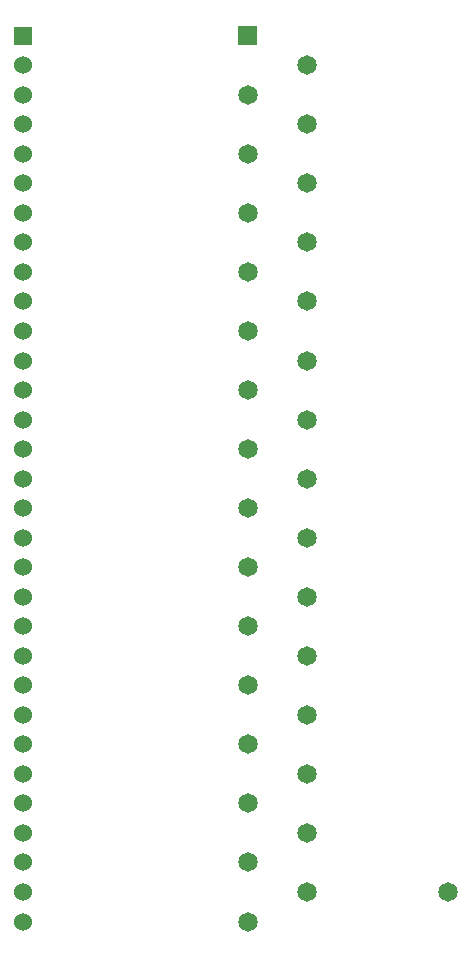
<source format=gbr>
G04 start of page 2 for group 0 idx 0 *
G04 Title: 31_front_pcb.pcb, component *
G04 Creator: pcb 20100929 *
G04 CreationDate: Sat Sep 29 18:10:19 2012 UTC *
G04 For: bert *
G04 Format: Gerber/RS-274X *
G04 PCB-Dimensions: 196850 393701 *
G04 PCB-Coordinate-Origin: lower left *
%MOIN*%
%FSLAX25Y25*%
%LNFRONT*%
%ADD11C,0.0650*%
%ADD12C,0.0200*%
%ADD13C,0.0600*%
%ADD14C,0.0400*%
%ADD15C,0.1260*%
%ADD16C,0.0460*%
%ADD17C,0.0350*%
G54D11*X90552Y265748D03*
X110236Y255906D03*
Y236221D03*
Y216536D03*
X90552Y246063D03*
Y226378D03*
Y206693D03*
Y187008D03*
Y167323D03*
X110236Y314961D03*
X90552Y305118D03*
X110236Y295276D03*
X90552Y285433D03*
G54D12*G36*
X87302Y347738D02*Y341238D01*
X93802D01*
Y347738D01*
X87302D01*
G37*
G54D11*X110236Y334646D03*
X90552Y324803D03*
X110236Y275591D03*
Y196851D03*
Y177166D03*
Y157481D03*
X90552Y147638D03*
Y127953D03*
Y108268D03*
Y88583D03*
X110236Y137796D03*
Y118111D03*
Y98426D03*
Y78741D03*
X90552Y68898D03*
Y49213D03*
X157480Y59055D03*
X110236Y59056D03*
G54D12*G36*
X12748Y347488D02*Y341488D01*
X18748D01*
Y347488D01*
X12748D01*
G37*
G54D13*X15748Y334646D03*
Y324803D03*
Y314961D03*
Y305118D03*
Y295276D03*
Y285433D03*
Y275591D03*
Y265748D03*
Y255906D03*
Y246063D03*
Y236221D03*
Y226378D03*
Y216536D03*
Y206693D03*
Y196851D03*
Y187008D03*
Y177166D03*
Y167323D03*
Y157481D03*
Y147638D03*
Y137795D03*
Y127953D03*
Y118110D03*
Y108268D03*
Y98425D03*
Y88583D03*
Y78740D03*
Y68898D03*
Y59055D03*
Y49213D03*
G54D14*G54D15*G54D14*G54D16*G54D14*G54D15*G54D17*M02*

</source>
